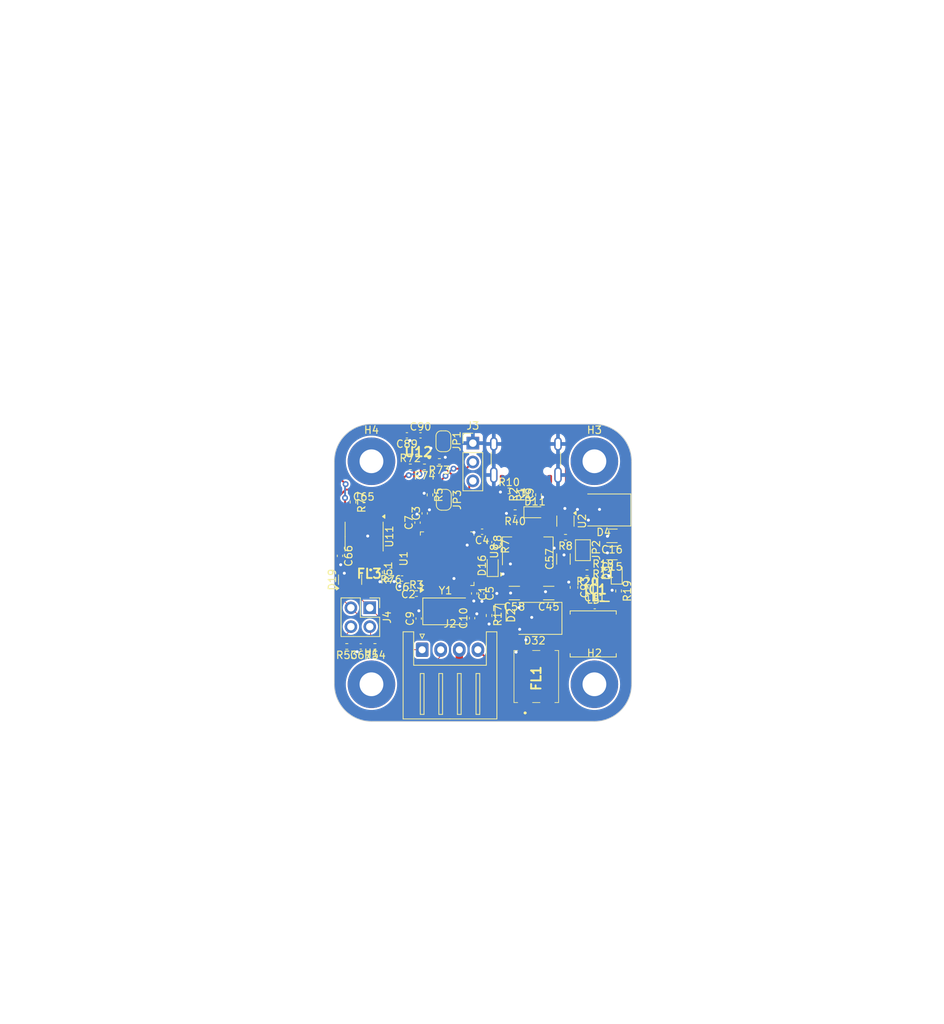
<source format=kicad_pcb>
(kicad_pcb (version 20240108) (generator "pcbnew") (generator_version "8.0")
  (title_block (title "EP5 rearbox ") (date "2024-08-07") (rev "1.0") (company "NTURacing") (comment 1 "郭哲明") (comment 2 "Electrical group") (comment 3 "1.6T/1oz/綠色防焊/白色文字/無鉛噴錫/各5pcs"))
  (layers (0 "F.Cu" signal) (31 "B.Cu" signal) (34 "B.Paste" user) (35 "F.Paste" user) (36 "B.SilkS" user "B.Silkscreen") (37 "F.SilkS" user "F.Silkscreen") (38 "B.Mask" user) (39 "F.Mask" user) (44 "Edge.Cuts" user))
  (net 0 "")
  (net 1 "GND")
  (net 2 "+3V3")
  (net 3 "/OSC_IN")
  (net 4 "/OSC_OUT")
  (net 5 "Net-(D3-K)")
  (net 6 "/5V_3V3/5V_buck_sw")
  (net 7 "+24V")
  (net 8 "Net-(D16-A)")
  (net 9 "+24V_preCMfilter")
  (net 10 "Net-(IC1-EN)")
  (net 11 "Net-(J1-CC1)")
  (net 12 "Net-(J1-CC2)")
  (net 14 "+5V")
  (net 16 "Net-(C67-Pad1)")
  (net 17 "CANH")
  (net 18 "CANL")
  (net 19 "/SWCLK")
  (net 20 "Net-(IC1-CB)")
  (net 21 "/USB_DN")
  (net 22 "Net-(U1-NRST)")
  (net 23 "/USB_DP")
  (net 25 "Net-(D2-K)")
  (net 28 "/CAN_TX")
  (net 29 "/CAN_RX")
  (net 32 "Net-(D11-K)")
  (net 44 "GNDPWR")
  (net 52 "/USB_D+")
  (net 54 "/USB_D-")
  (net 58 "/I2C1_SCL")
  (net 59 "/I2C1_SDA")
  (net 62 "/SWDIO")
  (net 64 "Net-(JP1-B)")
  (net 66 "/BOOT0")
  (net 67 "/5V_3V3/5V_buck_FB")
  (net 68 "Net-(U11-STB)")
  (net 73 "/IMU/LSM6D_INT2")
  (net 74 "/IMU/LSM6D_INT1")
  (net 75 "Net-(U11-TXD)")
  (net 76 "Net-(U11-RXD)")
  (net 77 "Net-(U11-CANH)")
  (net 78 "Net-(U11-CANL)")
  (net 80 "/VBUS")
  (net 85 "Net-(J4-Pin_2)")
  (net 86 "Net-(J4-Pin_4)")
  (net 87 "Net-(JP2-A)")
  (net 88 "Net-(U2-ST)")
  (net 90 "Net-(D16-K)")
  (footprint "Capacitor_SMD:C_1206_3216Metric" (layer "F.Cu") (at 138.5824 104.8004 180)
    (property "Reference" "C15")
    (property "Value" "22u 25V")
  )
  (footprint "Resistor_SMD:R_0402_1005Metric" (layer "F.Cu") (at 111.4482 93.214)
    (property "Reference" "R72")
    (property "Value" "3k3")
  )
  (footprint "Resistor_SMD:R_0402_1005Metric" (layer "F.Cu") (at 103.7336 97.9424 -90)
    (property "Reference" "R77")
    (property "Value" "100R")
  )
  (footprint "Capacitor_SMD:C_0402_1005Metric" (layer "F.Cu") (at 110.3402 108.2294 180)
    (property "Reference" "C6")
    (property "Value" "0u1")
  )
  (footprint "Capacitor_SMD:C_0402_1005Metric" (layer "F.Cu") (at 119.761 113.5634 90)
    (property "Reference" "C10")
    (property "Value" "30p")
  )
  (footprint "Capacitor_SMD:C_0402_1005Metric" (layer "F.Cu") (at 121.1098 101.9302 180)
    (property "Reference" "C4")
    (property "Value" "10u 6V")
  )
  (footprint "Resistor_SMD:R_0402_1005Metric" (layer "F.Cu") (at 137.3886 107.442)
    (property "Reference" "R18")
    (property "Value" "2k")
  )
  (footprint "Resistor_SMD:R_0402_1005Metric" (layer "F.Cu") (at 125.5522 99.3648 180)
    (property "Reference" "R40")
    (property "Value" "510R")
  )
  (footprint "Capacitor_SMD:C_0402_1005Metric" (layer "F.Cu") (at 110.991 88.9722 180)
    (property "Reference" "C89")
    (property "Value" "0u1")
  )
  (footprint "Resistor_SMD:R_0402_1005Metric" (layer "F.Cu") (at 107.315 107.3892 -90)
    (property "Reference" "R51")
    (property "Value" "10k")
  )
  (footprint "Connector_PinHeader_2.54mm:PinHeader_2x02_P2.54mm_Vertical" (layer "F.Cu") (at 105.9942 112.1664 -90)
    (property "Reference" "J4")
    (property "Value" "CAN1_termination")
  )
  (footprint "Connector_JST:JST_XH_S4B-XH-A_1x04_P2.50mm_Horizontal" (layer "F.Cu") (at 113.0392 117.8096)
    (property "Reference" "J2")
    (property "Value" "Conn_01x04")
  )
  (footprint "Resistor_SMD:R_0402_1005Metric" (layer "F.Cu") (at 124.73959 96.4434)
    (property "Reference" "R10")
    (property "Value" "5k1")
  )
  (footprint "LED_SMD:LED_0603_1608Metric" (layer "F.Cu") (at 139.2174 107.4928 90)
    (property "Reference" "D3")
    (property "Value" "RED 5V")
  )
  (footprint "Capacitor_SMD:C_0402_1005Metric" (layer "F.Cu") (at 101.981 105.1814 -90)
    (property "Reference" "C66")
    (property "Value" "0u1")
  )
  (footprint "Jumper:SolderJumper-2_P1.3mm_Open_RoundedPad1.0x1.5mm" (layer "F.Cu") (at 115.9002 89.7636 -90)
    (property "Reference" "JP1")
    (property "Value" "LSM6D_addr")
  )
  (footprint "Resistor_SMD:R_0402_1005Metric" (layer "F.Cu") (at 106.687 117.3684 180)
    (property "Reference" "R54")
    (property "Value" "60R")
  )
  (footprint "Jumper:SolderJumper-2_P1.3mm_Open_RoundedPad1.0x1.5mm" (layer "F.Cu") (at 115.951 97.6376 -90)
    (property "Reference" "JP3")
    (property "Value" "boot0")
  )
  (footprint "LED_SMD:LED_0603_1608Metric" (layer "F.Cu") (at 128.2192 99.314)
    (property "Reference" "D11")
    (property "Value" "RED 3V3")
  )
  (footprint "Capacitor_SMD:C_1206_3216Metric" (layer "F.Cu") (at 130.0734 110.1852 180)
    (property "Reference" "C45")
    (property "Value" "10u 35V")
  )
  (footprint "Capacitor_SMD:C_0402_1005Metric" (layer "F.Cu") (at 111.1758 109.1946 180)
    (property "Reference" "C2")
    (property "Value" "10u 6V")
  )
  (footprint "Capacitor_SMD:C_1206_3216Metric" (layer "F.Cu") (at 132.0546 105.6132 90)
    (property "Reference" "C57")
    (property "Value" "47u 10V")
  )
  (footprint "Connector_USB:USB_C_Receptacle_GCT_USB4105-xx-A_16P_TopMnt_Horizontal" (layer "F.Cu") (at 127.00019 91.2004 180)
    (property "Reference" "J1")
    (property "Value" "USB_C_stm32")
  )
  (footprint "MountingHole:MountingHole_3.2mm_M3_Pad_TopBottom" (layer "F.Cu") (at 106.2202 122.4572)
    (property "Reference" "H1")
    (property "Value" "MountingHole_Pad")
  )
  (footprint "Capacitor_SMD:C_0402_1005Metric" (layer "F.Cu") (at 136.2656 111.948)
    (property "Reference" "C11")
    (property "Value" "0u1")
  )
  (footprint "Inductor_SMD:L_Bourns_SRN6045TA" (layer "F.Cu") (at 136.0546 115.6818)
    (property "Reference" "L5")
    (property "Value" "47u 1.6A (SRN6045TA-470M)")
  )
  (footprint "Capacitor_SMD:C_1206_3216Metric" (layer "F.Cu") (at 125.4506 110.1852 180)
    (property "Reference" "C58")
    (property "Value" "47u 10V")
  )
  (footprint "SamacSys_Parts_EP6:ACM70V7012PLTL00" (layer "F.Cu") (at 128.397 121.412 90)
    (property "Reference" "FL1")
    (property "Value" "ACM70V-701-2PL-TL00" (hide yes))
  )
  (footprint "Diode_SMD:D_SMB" (layer "F.Cu") (at 137.4648 99.0092 180)
    (property "Reference" "D4")
    (property "Value" "5.6V")
  )
  (footprint "Capacitor_SMD:C_0402_1005Metric" (layer "F.Cu") (at 113.3856 99.4664 90)
    (property "Reference" "C3")
    (property "Value" "10u 6V")
  )
  (footprint "MountingHole:MountingHole_3.2mm_M3_Pad_TopBottom" (layer "F.Cu") (at 136.2202 122.4572)
    (property "Reference" "H2")
    (property "Value" "MountingHole_Pad")
  )
  (footprint "Package_QFP:LQFP-48_7x7mm_P0.5mm" (layer "F.Cu") (at 116.4082 105.5624 90)
    (property "Reference" "U1")
    (property "Value" "STM32F103C8Tx")
  )
  (footprint "Capacitor_SMD:C_0402_1005Metric" (layer "F.Cu") (at 120.9802 110.236 -90)
    (property "Reference" "C5")
    (property "Value" "0u1")
  )
  (footprint "Capacitor_SMD:C_0603_1608Metric" (layer "F.Cu") (at 133.477 109.4232 -90)
    (property "Reference" "C93")
    (property "Value" "0u1")
  )
  (footprint "Diode_SMD:D_SMB" (layer "F.Cu") (at 128.1938 113.5888 180)
    (property "Reference" "D32")
    (property "Value" "zener 27V")
  )
  (footprint "Resistor_SMD:R_0402_1005Metric" (layer "F.Cu") (at 115.3598 92.4774 180)
    (property "Reference" "R73")
    (property "Value" "10k")
  )
  (footprint "Resistor_SMD:R_0402_1005Metric" (layer "F.Cu") (at 135.2242 107.4522 180)
    (property "Reference" "R20")
    (property "Value" "10k")
  )
  (footprint "Resistor_SMD:R_0402_1005Metric" (layer "F.Cu") (at 108.839 107.2134 180)
    (property "Reference" "R76")
    (property "Value" "100R")
  )
  (footprint "Resistor_SMD:R_0402_1005Metric" (layer "F.Cu") (at 137.3886 106.4514 180)
    (property "Reference" "R11")
    (property "Value" "8k2")
  )
  (footprint "Resistor_SMD:R_0402_1005Metric" (layer "F.Cu") (at 113.3532 93.214 180)
    (property "Reference" "R74")
    (property "Value" "3k3")
  )
  (footprint "SamacSys_Parts:SOT95P280X145-6N" (layer "F.Cu") (at 136.3472 109.7026 180)
    (property "Reference" "IC1")
    (property "Value" "LMR50410Y3FQDBVRQ1" (hide yes))
  )
  (footprint "Capacitor_SMD:C_0402_1005Metric" (layer "F.Cu") (at 104.782 117.3684 180)
    (property "Reference" "C67")
    (property "Value" "47n")
  )
  (footprint "Capacitor_SMD:C_1206_3216Metric" (layer "F.Cu") (at 138.5824 102.489 180)
    (property "Reference" "C16")
    (property "Value" "22u 25V")
  )
  (footprint "Package_TO_SOT_SMD:SOT-223-3_TabPin2" (layer "F.Cu") (at 127.254 104.5464 90)
    (property "Reference" "U8")
    (property "Value" "AMS1117-3.3")
  )
  (footprint "MountingHole:MountingHole_3.2mm_M3_Pad_TopBottom" (layer "F.Cu") (at 106.2202 92.4572)
    (property "Reference" "H4")
    (property "Value" "MountingHole_Pad")
  )
  (footprint "Package_TO_SOT_SMD:SOT-363_SC-70-6" (layer "F.Cu") (at 132.3219 100.5078 -90)
    (property "Reference" "U2")
    (property "Value" "LM66100DCK")
  )
  (footprint "Package_SO:SOIC-8_3.9x4.9mm_P1.27mm" (layer "F.Cu") (at 105.2322 102.5906 -90)
    (property "Reference" "U11")
    (property "Value" "TCAN1042VDRQ1")
  )
  (footprint "Resistor_SMD:R_0402_1005Metric" (layer "F.Cu") (at 123.063 103.9114 -90)
    (property "Reference" "R7")
    (property "Value" "1k")
  )
  (footprint "Resistor_SMD:R_0402_1005Metric" (layer "F.Cu") (at 139.4714 109.9058 -90)
    (property "Reference" "R19")
    (property "Value" "10k")
  )
  (footprint "Capacitor_SMD:C_0402_1005Metric" (layer "F.Cu") (at 122.047 103.3272 -90)
    (property "Reference" "C8")
    (property "Value" "0u1")
  )
  (footprint "Resistor_SMD:R_0402_1005Metric" (layer "F.Cu") (at 102.9004 117.3684 180)
    (property "Reference" "R53")
    (property "Value" "60R")
  )
  (footprint "Capacitor_SMD:C_0402_1005Metric" (layer "F.Cu") (at 105.1814 98.3996)
    (property "Reference" "C65")
    (property "Value" "0u1")
  )
  (footprint "LED_SMD:LED_0603_1608Metric" (layer "F.Cu") (at 122.5296 106.4768 90)
    (property "Reference" "D16")
    (property "Value" "WHITE led")
  )
  (footprint "Capacitor_SMD:C_0402_1005Metric" (layer "F.Cu") (at 120.0404 110.2386 -90)
    (property "Reference" "C1")
    (property "Value" "10u 6V")
  )
  (footprint "SamacSys_Parts:LGA-14_1" (layer "F.Cu") (at 112.1848 91.1566 180)
    (property "Reference" "U12")
    (property "Value" "LSM6DSO32" (hide yes))
  )
  (footprint "Resistor_SMD:R_0402_1005Metric" (layer "F.Cu") (at 127.49619 96.9124 90)
    (property "Reference" "R1")
    (property "Value" "20R")
  )
  (footprint "Crystal:Crystal_SMD_5032-2Pin_5.0x3.2mm" (layer "F.Cu") (at 116.1796 112.649)
    (property "Reference" "Y1")
    (property "Value" "8MHz X49SM8MSD2SC")
  )
  (footprint "MountingHole:MountingHole_3.2mm_M3_Pad_TopBottom" (layer "F.Cu") (at 136.2202 92.4572)
    (property "Reference" "H3")
    (property "Value" "MountingHole_Pad")
  )
  (footprint "SamacSys_Parts_EP6:EXCX4CE900U" (layer "F.Cu") (at 105.9144 107.7678 180)
    (property "Reference" "FL3")
    (property "Value" "EXC-X4CE900U" (hide yes))
  )
  (footprint "Capacitor_SMD:C_0402_1005Metric" (layer "F.Cu") (at 112.5728 113.6142 90)
    (property "Reference" "C9")
    (property "Value" "30p")
  )
  (footprint "Resistor_SMD:R_0402_1005Metric" (layer "F.Cu") (at 122.047 113.2078 -90)
    (property "Reference" "R17")
    (property "Value" "10k")
  )
  (footprint "Connector_PinHeader_2.54mm:PinHeader_1x03_P2.54mm_Vertical" (layer "F.Cu") (at 119.8626 90.0176)
    (property "Reference" "J3")
    (property "Value" "Conn_01x03")
  )
  (footprint "Resistor_SMD:R_0402_1005Metric" (layer "F.Cu") (at 112.268 110.2614)
    (property "Reference" "R3")
    (property "Value" "10k")
  )
  (footprint "Jumper:SolderJumper-2_P1.3mm_Open_Pad1.0x1.5mm" (layer "F.Cu") (at 134.6708 104.4194 -90)
    (property "Reference" "JP2")
    (property "Value" "Vbus_5V")
  )
  (footprint "Resistor_SMD:R_0402_1005Metric" (layer "F.Cu") (at 126.50559 96.9124 90)
    (property "Reference" "R2")
    (property "Value" "20R")
  )
  (footprint "Resistor_SMD:R_0402_1005Metric" (layer "F.Cu") (at 132.3323 102.681412 180)
    (property "Reference" "R8")
    (property "Value" "10k")
  )
  (footprint "Resistor_SMD:R_0402_1005Metric" (layer "F.Cu") (at 128.70199 96.9768 90)
    (property "Reference" "R9")
    (property "Value" "5k1")
  )
  (footprint "Package_TO_SOT_SMD:SOT-23" (layer "F.Cu") (at 103.3424 108.3841 90)
    (property "Reference" "D19")
    (property "Value" "NUP2105L")
  )
  (footprint "Capacitor_SMD:C_0402_1005Metric" (layer "F.Cu") (at 112.4204 100.711 90)
    (property "Reference" "C7")
    (property "Value" "0u1")
  )
  (footprint "LED_SMD:LED_0603_1608Metric" (layer "F.Cu") (at 123.5964 113.1824 -90)
    (property "Reference" "D2")
    (property "Value" "RED 24V")
  )
  (footprint "Capacitor_SMD:C_0402_1005Metric" (layer "F.Cu") (at 112.8198 88.9722)
    (property "Reference" "C90")
    (property "Value" "0u1")
  )
  (footprint "Resistor_SMD:R_0402_1005Metric" (layer "F.Cu") (at 114.0968 96.9772 -90)
    (property "Reference" "R5")
    (property "Value" "10k")
  )
  (gr_line (start 106.2202 127.4572) (end 136.2202 127.4572) (stroke (width 0.1)) (layer "Edge.Cuts"))
  (gr_line (start 141.2202 122.4572) (end 141.2202 92.4572) (stroke (width 0.1)) (layer "Edge.Cuts"))
  (gr_arc (start 141.2202 122.4572) (mid 139.755734 125.992734) (end 136.2202 127.4572) (stroke (width 0.1)) (layer "Edge.Cuts"))
  (gr_line (start 101.2202 92.4572) (end 101.2202 122.4572) (stroke (width 0.1)) (layer "Edge.Cuts"))
  (gr_line (start 136.2202 87.4572) (end 106.2202 87.4572) (stroke (width 0.1)) (layer "Edge.Cuts"))
  (gr_arc (start 106.2202 127.4572) (mid 102.684666 125.992734) (end 101.2202 122.4572) (stroke (width 0.1)) (layer "Edge.Cuts"))
  (gr_arc (start 136.2202 87.4572) (mid 139.755734 88.921666) (end 141.2202 92.4572) (stroke (width 0.1)) (layer "Edge.Cuts"))
  (gr_arc (start 101.2202 92.4572) (mid 102.684666 88.921666) (end 106.2202 87.4572) (stroke (width 0.1)) (layer "Edge.Cuts"))
  (segment (start 105.7148 102.5144) (end 105.7148 100.268) (width 0.25) (layer "F.Cu") (net 1))
  (segment (start 110.109 109.1946) (end 110.0328 109.2708) (width 0.25) (layer "F.Cu") (net 1))
  (segment (start 114.1582 99.124) (end 114.1582 101.3999) (width 0.25) (layer "F.Cu") (net 1))
  (segment (start 137.1074 102.489) (end 137.922 102.489) (width 0.25) (layer "F.Cu") (net 1))
  (segment (start 114.142376 90.699024) (end 113.9348 90.9066) (width 0.25) (layer "F.Cu") (net 1))
  (segment (start 114.0206 98.9864) (end 113.3856 98.9864) (width 0.25) (layer "F.Cu") (net 1))
  (segment (start 128.70199 97.4868) (end 129.03019 97.4868) (width 0.25) (layer "F.Cu") (net 1))
  (segment (start 123.9756 110.1852) (end 123.1392 110.1852) (width 0.25) (layer "F.Cu") (net 1))
  (segment (start 110.6958 109.1946) (end 110.109 109.1946) (width 0.25) (layer "F.Cu") (net 1))
  (segment (start 139.211079 110.4158) (end 138.602521 109.807242) (width 0.25) (layer "F.Cu") (net 1))
  (segment (start 104.302 117.3684) (end 104.302 118.075) (width 0.25) (layer "F.Cu") (net 1))
  (segment (start 109.6772 108.2294) (end 109.2708 108.6358) (width 0.25) (layer "F.Cu") (net 1))
  (segment (start 112.5728 113.1342) (end 112.5728 112.5982) (width 0.25) (layer "F.Cu") (net 1))
  (segment (start 135.3148 99.0092) (end 136.8298 99.0092) (width 0.25) (layer "F.Cu") (net 1))
  (segment (start 139.4714 110.4158) (end 139.211079 110.4158) (width 0.25) (layer "F.Cu") (net 1))
  (segment (start 132.2469 98.806) (end 132.2469 99.157801) (width 0.25) (layer "F.Cu") (net 1))
  (segment (start 115.8698 92.4774) (end 115.8698 92.207) (width 0.25) (layer "F.Cu") (net 1))
  (segment (start 105.6614 98.3996) (end 105.6614 99.9098) (width 0.25) (layer "F.Cu") (net 1))
  (segment (start 135.3148 99.0092) (end 134.0104 99.0092) (width 0.25) (layer "F.Cu") (net 1))
  (segment (start 126.0438 113.5888) (end 127.6604 113.5888) (width 0.25) (layer "F.Cu") (net 1))
  (segment (start 138.497879 109.7026) (end 138.602521 109.807242) (width 0.25) (layer "F.Cu") (net 1))
  (segment (start 122.047 113.7178) (end 122.047 114.3508) (width 0.25) (layer "F.Cu") (net 1))
  (segment (start 132.0546 104.9782) (end 132.1308 105.0544) (width 0.25) (layer "F.Cu") (net 1))
  (segment (start 137.1074 104.8004) (end 137.9474 104.8004) (width 0.25) (layer "F.Cu") (net 1))
  (segment (start 113.9348 90.9066) (end 113.3348 90.9066) (width 0.25) (layer "F.Cu") (net 1))
  (segment (start 119.1006 103.7336) (end 119.5218 103.3124) (width 0.25) (layer "F.Cu") (net 1))
  (segment (start 115.8698 92.207) (end 116.1542 91.9226) (width 0.25) (layer "F.Cu") (net 1))
  (segment (start 124.22959 96.4434) (end 123.7238 96.4434) (width 0.25) (layer "F.Cu") (net 1))
  (segment (start 132.0546 104.1382) (end 130.8118 104.1382) (width 0.25) (layer "F.Cu") (net 1))
  (segment (start 119.5218 103.3124) (end 120.5707 103.3124) (width 0.25) (layer "F.Cu") (net 1))
  (segment (start 114.217652 90.699024) (end 114.142376 90.699024) (width 0.25) (layer "F.Cu") (net 1))
  (segment (start 120.1166 101.9302) (end 120.015 102.0318) (width 0.25) (layer "F.Cu") (net 1))
  (segment (start 132.3219 99.232801) (end 132.3219 99.5578) (width 0.25) (layer "F.Cu") (net 1))
  (segment (start 129.4638 110.1852) (end 129.6416 110.0074) (width 0.25) (layer "F.Cu") (net 1))
  (segment (start 112.3398 88.9722) (end 111.471 88.9722) (width 0.25) (layer "F.Cu") (net 1))
  (segment (start 135.3148 99.0092) (end 135.3148 100.2882) (width 0.25) (layer "F.Cu") (net 1))
  (segment (start 121.54071 103.3124) (end 122.03551 103.8072) (width 0.25) (layer "F.Cu") (net 1))
  (segment (start 133.477 108.6482) (end 132.8296 108.6482) (width 0.25) (layer "F.Cu") (net 1))
  (segment (start 111.39994 89.660145) (end 111.39994 89.04326) (width 0.25) (layer "F.Cu") (net 1))
  (segment (start 124.954 106.3104) (end 124.9172 106.2736) (width 0.25) (layer "F.Cu") (net 1))
  (segment (start 120.9802 111.2012) (end 120.9802 110.716) (width 0.25) (layer "F.Cu") (net 1))
  (segment (start 132.0546 104.1382) (end 132.0546 104.9782) (width 0.25) (layer "F.Cu") (net 1))
  (segment (start 125.0422 99.3648) (end 124.4854 99.3648) (width 0.25) (layer "F.Cu") (net 1))
  (segment (start 107.315 107.8992) (end 107.315 108.6104) (width 0.25) (layer "F.Cu") (net 1))
  (segment (start 105.6614 99.9098) (end 105.8672 100.1156) (width 0.25) (layer "F.Cu") (net 1))
  (segment (start 112.5728 112.5982) (end 112.5982 112.5728) (width 0.25) (layer "F.Cu") (net 1))
  (segment (start 132.2469 99.157801) (end 132.3219 99.232801) (width 0.25) (layer "F.Cu") (net 1))
  (segment (start 125.7058 118.162) (end 125.6792 118.1354) (width 0.25) (layer "F.Cu") (net 1))
  (segment (start 123.1392 110.1852) (end 123.0884 110.236) (width 0.25) (layer "F.Cu") (net 1))
  (segment (start 112.1848 89.1272) (end 112.3398 88.9722) (width 0.25) (layer "F.Cu") (net 1))
  (segment (start 122.03551 103.8072) (end 122.047 103.8072) (width 0.25) (layer "F.Cu") (net 1))
  (segment (start 121.0818 111.3028) (end 120.9802 111.2012) (width 0.25) (layer "F.Cu") (net 1))
  (segment (start 126.0438 114.944) (end 126.1618 115.062) (width 0.25) (layer "F.Cu") (net 1))
  (segment (start 113.6044 96.4672) (end 114.0968 96.4672) (width 0.25) (layer "F.Cu") (net 1))
  (segment (start 101.981 106.2736) (end 102.0826 106.3752) (width 0.25) (layer "F.Cu") (net 1))
  (segment (start 111.39994 89.04326) (end 111.471 88.9722) (width 0.25) (layer "F.Cu") (net 1))
  (segment (start 117.1582 108.394331) (end 117.1582 109.7249) (width 0.25) (layer "F.Cu") (net 1))
  (segment (start 102.6368 107.4466) (end 102.5652 107.5182) (width 0.25) (layer "F.Cu") (net 1))
  (segment (start 126.0438 113.5888) (end 126.0438 112.1574) (width 0.25) (layer "F.Cu") (net 1))
  (segment (start 104.302 118.075) (end 104.2974 118.0796) (width 0.25) (layer "F.Cu") (net 1))
  (segment (start 137.9474 104.8004) (end 137.9728 104.775) (width 0.25) (layer "F.Cu") (net 1))
  (segment (start 130.8118 104.1382) (end 130.81 104.14) (width 0.25) (layer "F.Cu") (net 1))
  (segment (start 120.0404 111.2012) (end 120.0404 110.7186) (width 0.25) (layer "F.Cu") (net 1))
  (segment (start 107.315 108.6104) (end 107.3658 108.6612) (width 0.25) (layer "F.Cu") (net 1))
  (segment (start 135.3148 100.2882) (end 135.4074 100.3808) (width 0.25) (layer "F.Cu") (net 1))
  (segment (start 126.0438 112.1574) (end 126.0602 112.141) (width 0.25) (layer "F.Cu") (net 1))
  (segment (start 123.80019 96.014) (end 123.80019 94.8804) (width 0.25) (layer "F.Cu") (net 1))
  (segment (start 128.5984 110.1852) (end 129.4638 110.1852) (width 0.25) (layer "F.Cu") (net 1))
  (segment (start 137.8986 107.603655) (end 138.147543 107.852598) (width 0.25) (layer "F.Cu") (net 1))
  (segment (start 119.9896 111.252) (end 120.0404 111.2012) (width 0.25) (layer "F.Cu") (net 1))
  (segment (start 129.03019 97.4868) (end 129.23539 97.2816) (width 0.25) (layer "F.Cu") (net 1))
  (segment (start 113.3348 90.9066) (end 113.3348 91.4066) (width 0.25) (layer "F.Cu") (net 1))
  (segment (start 105.7148 100.268) (end 105.8672 100.1156) (width 0.25) (layer "F.Cu") (net 1))
  (segment (start 101.981 105.6614) (end 101.981 106.2736) (width 0.25) (layer "F.Cu") (net 1))
  (segment (start 126.897 116.5874) (end 127 116.4844) (width 0.25) (layer "F.Cu") (net 1))
  (segment (start 124.0032 107.6964) (end 123.9266 107.6198) (width 0.25) (layer "F.Cu") (net 1))
  (segment (start 123.9756 110.1852) (end 124.9426 110.1852) (width 0.25) (layer "F.Cu") (net 1))
  (segment (start 120.6298 101.9302) (end 120.1166 101.9302) (width 0.25) (layer "F.Cu") (net 1))
  (segment (start 119.761 113.0834) (end 120.2918 113.0834) (width 0.25) (layer "F.Cu") (net 1))
  (segment (start 136.8298 99.0092) (end 136.906 98.933) (width 0.25) (layer "F.Cu") (net 1))
  (segment (start 124.4854 99.3648) (end 124.3838 99.4664) (width 0.25) (layer "F.Cu") (net 1))
  (segment (start 120.5707 103.3124) (end 121.54071 103.3124) (width 0.25) (layer "F.Cu") (net 1))
  (segment (start 112.3442 99.568) (end 112.4204 99.6442) (width 0.25) (layer "F.Cu") (net 1))
  (segment (start 112.4204 99.6442) (end 112.4204 100.231) (width 0.25) (layer "F.Cu") (net 1))
  (segment (start 126.897 118.162) (end 125.7058 118.162) (width 0.25) (layer "F.Cu") (net 1))
  (segment (start 126.0438 113.5888) (end 126.0438 114.944) (width 0.25) (layer "F.Cu") (net 1))
  (segment (start 103.3424 107.4466) (end 102.6368 107.4466) (width 0.25) (layer "F.Cu") (net 1))
  (segment (start 137.922 102.489) (end 137.9728 102.5398) (width 0.25) (layer "F.Cu") (net 1))
  (segment (start 126.897 118.162) (end 126.897 116.5874) (width 0.25) (layer "F.Cu") (net 1))
  (segment (start 111.6848 89.945005) (end 111.39994 89.660145) (width 0.25) (layer "F.Cu") (net 1))
  (segment (start 111.6848 90.2566) (end 111.6848 89.945005) (width 0.25) (layer "F.Cu") (net 1))
  (segment (start 120.2918 113.0834) (end 120.396 112.9792) (width 0.25) (layer "F.Cu") (net 1))
  (segment (start 112.1848 90.2566) (end 112.1848 89.1272) (width 0.25) (layer "F.Cu") (net 1))
  (segment (start 109.8602 108.2294) (end 109.6772 108.2294) (width 0.25) (layer "F.Cu") (net 1))
  (segment (start 114.0206 98.9864) (end 114.1582 99.124) (width 0.25) (layer "F.Cu") (net 1))
  (segment (start 123.7238 96.4434) (end 123.571 96.5962) (width 0.25) (layer "F.Cu") (net 1))
  (segment (start 137.5972 109.7026) (end 138.497879 109.7026) (width 0.25) (layer "F.Cu") (net 1))
  (segment (start 137.8986 107.442) (end 137.8986 107.603655) (width 0.25) (layer "F.Cu") (net 1))
  (segment (start 132.8296 108.6482) (end 132.7658 108.712) (width 0.25) (layer "F.Cu") (net 1))
  (segment (start 124.22959 96.4434) (end 123.80019 96.014) (width 0.25) (layer "F.Cu") (net 1))
  (segment (start 117.322517 108.230014) (end 117.1582 108.394331) (width 0.25) (layer "F.Cu") (net 1))
  (segment (start 124.954 107.6964) (end 124.0032 107.6964) (width 0.25) (layer "F.Cu") (net 1))
  (segment (start 134.0104 99.0092) (end 133.9342 98.933) (width 0.25) (layer "F.Cu") (net 1))
  (segment (start 124.954 107.6964) (end 124.954 106.3104) (width 0.25) (layer "F.Cu") (net 1))
  (segment (start 127.6604 113.5888) (end 127.7874 113.4618) (width 0.25) (layer "F.Cu") (net 1))
  (segment (start 113.3094 96.7622) (end 113.6044 96.4672) (width 0.25) (layer "F.Cu") (net 1))
  (via (at 127 116.4844) (size 0.8) (drill 0.4) (layers "F.Cu" "B.Cu") (net 1))
  (via (at 116.1542 91.9226) (size 0.8) (drill 0.4) (layers "F.Cu" "B.Cu") (net 1))
  (via (at 119.1006 103.7336) (size 0.8) (drill 0.4) (layers "F.Cu" "B.Cu") (net 1))
  (via (at 112.5982 112.5728) (size 0.8) (drill 0.4) (layers "F.Cu" "B.Cu") (net 1))
  (via (at 123.9266 107.6198) (size 0.8) (drill 0.4) (layers "F.Cu" "B.Cu") (net 1))
  (via (at 137.9728 102.5398) (size 0.8) (drill 0.4) (layers "F.Cu" "B.Cu") (net 1))
  (via (at 124.3838 99.4664) (size 0.8) (drill 0.4) (layers "F.Cu" "B.Cu") (net 1))
  (via (at 138.147543 107.852598) (size 0.8) (drill 0.4) (layers "F.Cu" "B.Cu") (net 1))
  (via (at 127.7874 113.4618) (size 0.8) (drill 0.4) (layers "F.Cu" "B.Cu") (net 1))
  (via (at 124.9426 110.1852) (size 0.8) (drill 0.4) (layers "F.Cu" "B.Cu") (net 1))
  (via (at 132.1308 105.0544) (size 0.8) (drill 0.4) (layers "F.Cu" "B.Cu") (net 1))
  (via (at 135.4074 100.3808) (size 0.8) (drill 0.4) (layers "F.Cu" "B.Cu") (net 1))
  (via (at 132.2469 98.806) (size 0.8) (drill 0.4) (layers "F.Cu" "B.Cu") (net 1))
  (via (at 109.2708 108.6358) (size 0.8) (drill 0.4) (layers "F.Cu" "B.Cu") (net 1))
  (via (at 130.81 104.14) (size 0.8) (drill 0.4) (layers "F.Cu" "B.Cu") (net 1))
  (via (at 117.322517 108.230014) (size 0.8) (drill 0.4) (layers "F.Cu" "B.Cu") (net 1))
  (via (at 121.0818 111.3028) (size 0.8) (drill 0.4) (layers "F.Cu" "B.Cu") (net 1))
  (via (at 136.906 98.933) (size 0.8) (drill 0.4) (layers "F.Cu" "B.Cu") (net 1))
  (via (at 122.047 114.3508) (size 0.8) (drill 0.4) (layers "F.Cu" "B.Cu") (net 1))
  (via (at 114.0206 98.9864) (size 0.8) (drill 0.4) (layers "F.Cu" "B.Cu") (net 1))
  (via (at 133.9342 98.933) (size 0.8) (drill 0.4) (layers "F.Cu" "B.Cu") (net 1))
  (via (at 126.1618 115.062) (size 0.8) (drill 0.4) (layers "F.Cu" "B.Cu") (net 1))
  (via (at 126.0602 112.141) (size 0.8) (drill 0.4) (layers "F.Cu" "B.Cu") (net 1))
  (via (at 123.571 96.5962) (size 0.8) (drill 0.4) (layers "F.Cu" "B.Cu") (net 1))
  (via (at 137.9728 104.775) (size 0.8) (drill 0.4) (layers "F.Cu" "B.Cu") (net 1))
  (via (at 125.6792 118.1354) (size 0.8) (drill 0.4) (layers "F.Cu" "B.Cu") (net 1))
  (via (at 138.602521 109.807242) (size 0.8) (drill 0.4) (layers "F.Cu" "B.Cu") (net 1))
  (via (at 110.0328 109.2708) (size 0.8) (drill 0.4) (layers "F.Cu" "B.Cu") (net 1))
  (via (at 105.7148 102.5144) (size 0.8) (drill 0.4) (layers "F.Cu" "B.Cu") (net 1))
  (via (at 119.9896 111.252) (size 0.8) (drill 0.4) (layers "F.Cu" "B.Cu") (net 1))
  (via (at 111.39994 89.660145) (size 0.8) (drill 0.4) (layers "F.Cu" "B.Cu") (net 1))
  (via (at 123.0884 110.236) (size 0.8) (drill 0.4) (layers "F.Cu" "B.Cu") (net 1))
  (via (at 102.5652 107.5182) (size 0.8) (drill 0.4) (layers "F.Cu" "B.Cu") (net 1))
  (via (at 120.015 102.0318) (size 0.8) (drill 0.4) (layers "F.Cu" "B.Cu") (net 1))
  (via (at 102.0826 106.3752) (size 0.8) (drill 0.4) (layers "F.Cu" "B.Cu") (net 1))
  (via (at 129.23539 97.2816) (size 0.8) (drill 0.4) (layers "F.Cu" "B.Cu") (net 1))
  (via (at 114.217652 90.699024) (size 0.8) (drill 0.4) (layers "F.Cu" "B.Cu") (net 1))
  (via (at 124.9172 106.2736) (size 0.8) (drill 0.4) (layers "F.Cu" "B.Cu") (net 1))
  (via (at 132.7658 108.712) (size 0.8) (drill 0.4) (layers "F.Cu" "B.Cu") (net 1))
  (via (at 129.6416 110.0074) (size 0.8) (drill 0.4) (layers "F.Cu" "B.Cu") (net 1))
  (via (at 113.3094 96.7622) (size 0.8) (drill 0.4) (layers "F.Cu" "B.Cu") (net 1))
  (via (at 104.2974 118.0796) (size 0.8) (drill 0.4) (layers "F.Cu" "B.Cu") (net 1))
  (via (at 112.3442 99.568) (size 0.8) (drill 0.4) (layers "F.Cu" "B.Cu") (net 1))
  (via (at 107.3658 108.6612) (size 0.8) (drill 0.4) (layers "F.Cu" "B.Cu") (net 1))
  (via (at 120.396 112.9792) (size 0.8) (drill 0.4) (layers "F.Cu" "B.Cu") (net 1))
  (segment (start 113.6582 101.3999) (end 112.6293 101.3999) (width 0.25) (layer "F.Cu") (net 2))
  (segment (start 110.1852 90.6562) (end 110.4348 90.4066) (width 0.25) (layer "F.Cu") (net 2))
  (segment (start 119.400964 108.6624) (end 120.0404 109.301836) (width 0.25) (layer "F.Cu") (net 2))
  (segment (start 121.5898 101.9302) (end 121.5898 102.240199) (width 0.25) (layer "F.Cu") (net 2))
  (segment (start 112.6848 89.59869) (end 113.2998 88.98369) (width 0.25) (layer "F.Cu") (net 2))
  (segment (start 117.3988 94.615) (end 115.9978 93.214) (width 0.25) (layer "F.Cu") (net 2))
  (segment (start 117.5766 90.2462) (end 116.444 89.1136) (width 0.25) (layer "F.Cu") (net 2))
  (segment (start 112.778 110.2614) (end 113.1217 110.2614) (width 0.25) (layer "F.Cu") (net 2))
  (segment (start 120.9802 109.756) (end 121.290199 109.756) (width 0.25) (layer "F.Cu") (net 2))
  (segment (start 116.706 98.2876) (end 117.3988 97.5948) (width 0.25) (layer "F.Cu") (net 2))
  (segment (start 110.511 89.8828) (end 111.0348 90.4066) (width 0.25) (layer "F.Cu") (net 2))
  (segment (start 101.8032 104.5236) (end 101.8032 97.22012) (width 0.25) (layer "F.Cu") (net 2))
  (segment (start 108.1786 96.266) (end 110.9382 93.5064) (width 0.25) (layer "F.Cu") (net 2))
  (segment (start 117.5766 91.74488) (end 117.5766 90.2462) (width 0.25) (layer "F.Cu") (net 2))
  (segment (start 117.915436 108.6624) (end 119.400964 108.6624) (width 0.25) (layer "F.Cu") (net 2))
  (segment (start 111.154845 110.632525) (end 111.154845 109.707045) (width 0.25) (layer "F.Cu") (net 2))
  (segment (start 117.6582 109.7249) (end 117.6582 108.919636) (width 0.25) (layer "F.Cu") (net 2))
  (segment (start 115.9248 98.2614) (end 115.951 98.2876) (width 0.25) (layer "F.Cu") (net 2))
  (segment (start 112.4204 101.191) (end 112.110401 101.191) (width 0.25) (layer "F.Cu") (net 2))
  (segment (start 113.6582 101.3999) (end 113.6582 102.205164) (width 0.25) (layer "F.Cu") (net 2))
  (segment (start 101.8032 97.22012) (end 102.75732 96.266) (width 0.25) (layer "F.Cu") (net 2))
  (segment (start 125.6556 111.4552) (end 126.9256 110.1852) (width 0.25) (layer "F.Cu") (net 2))
  (segment (start 122.989399 111.4552) (end 125.6556 111.4552) (width 0.25) (layer "F.Cu") (net 2))
  (segment (start 117.3988 97.5948) (end 117.3988 94.615) (width 0.25) (layer "F.Cu") (net 2))
  (segment (start 127.254 107.6964) (end 126.9256 108.0248) (width 0.25) (layer "F.Cu") (net 2))
  (segment (start 111.6848 92.4674) (end 111.6848 92.0566) (width 0.25) (layer "F.Cu") (net 2))
  (segment (start 110.9382 93.5064) (end 110.9382 93.214) (width 0.25) (layer "F.Cu") (net 2))
  (segment (start 110.9382 93.214) (end 111.6848 92.4674) (width 0.25) (layer "F.Cu") (net 2))
  (segment (start 112.133 110.9064) (end 111.42872 110.9064) (width 0.25) (layer "F.Cu") (net 2))
  (segment (start 113.8632 93.214) (end 116.10748 93.214) (width 0.25) (layer "F.Cu") (net 2))
  (segment (start 115.951 98.2876) (end 116.706 98.2876) (width 0.25) (layer "F.Cu") (net 2))
  (segment (start 112.6848 90.2566) (end 112.6848 90.8566) (width 0.25) (layer "F.Cu") (net 2))
  (segment (start 116.10748 93.214) (end 117.5766 91.74488) (width 0.25) (layer "F.Cu") (net 2))
  (segment (start 102.963 104.7014) (end 103.3272 105.0656) (width 0.25) (layer "F.Cu") (net 2))
  (segment (start 101.981 104.7014) (end 102.963 104.7014) (width 0.25) (layer "F.Cu") (net 2))
  (segment (start 112.4704 90.8566) (end 111.6848 91.6422) (width 0.25) (layer "F.Cu") (net 2))
  (segment (start 116.444 89.1136) (end 115.9002 89.1136) (width 0.25) (layer "F.Cu") (net 2))
  (segment (start 117.6582 108.919636) (end 117.915436 108.6624) (width 0.25) (layer "F.Cu") (net 2))
  (segment (start 125.068 101.3964) (end 123.063 103.4014) (width 0.25) (layer "F.Cu") (net 2))
  (segment (start 122.047 102.8472) (end 122.0122 102.8124) (width 0.25) (layer "F.Cu") (net 2))
  (segment (start 110.511 88.9722) (end 110.511 89.8828) (width 0.25) (layer "F.Cu") (net 2))
  (segment (start 110.4348 90.4066) (end 111.0348 90.4066) (width 0.25) (layer "F.Cu") (net 2))
  (segment (start 120.9802 109.756) (end 120.043 109.756) (width 0.25) (layer "F.Cu") (net 2))
  (segment (start 112.778 110.2614) (end 112.133 110.9064) (width 0.25) (layer "F.Cu") (net 2))
  (segment (start 112.584 98.2614) (end 115.9248 98.2614) (width 0.25) (layer "F.Cu") (net 2))
  (segment (start 110.8202 108.2294) (end 110.9032 108.3124) (width 0.25) (layer "F.Cu") (net 2))
  (segment (start 121.017599 102.8124) (end 120.5707 102.8124) (width 0.25) (layer "F.Cu") (net 2))
  (segment (start 113.1217 110.2614) (end 113.6582 109.7249) (width 0.25) (layer "F.Cu") (net 2))
  (segment (start 113.2998 88.98369) (end 113.2998 88.9722) (width 0.25) (layer "F.Cu") (net 2))
  (segment (start 111.6558 109.20609) (end 111.6558 109.1946) (width 0.25) (layer "F.Cu") (net 2))
  (segment (start 112.6848 90.2566) (end 112.6848 89.59869) (width 0.25) (layer "F.Cu") (net 2))
  (segment (start 114.265436 102.8124) (end 120.5707 102.8124) (width 0.25) (layer "F.Cu") (net 2))
  (segment (start 111.6076 100.688199) (end 111.6076 99.2378) (width 0.25) (layer "F.Cu") (net 2))
  (segment (start 129.0067 99.6437) (end 127.254 101.3964) (width 0.25) (layer "F.Cu") (net 2))
  (segment (start 112.2457 108.3124) (end 112.2457 108.6047) (width 0.25) (layer "F.Cu") (net 2))
  (segment (start 115.9978 93.214) (end 113.8632 93.214) (width 0.25) (layer "F.Cu") (net 2))
  (segment (start 113.6582 100.219) (end 113.3856 99.9464) (width 0.25) (layer "F.Cu") (net 2))
  (segment (start 112.6293 101.3999) (end 112.4204 101.191) (width 0.25) (layer "F.Cu") (net 2))
  (segment (start 120.043 109.756) (end 120.0404 109.7586) (width 0.25) (layer "F.Cu") (net 2))
  (segment (start 110.9032 108.3124) (end 112.2457 108.3124) (width 0.25) (layer "F.Cu") (net 2))
  (segment (start 110.1852 92.461) (end 110.1852 90.6562) (width 0.25) (layer "F.Cu") (net 2))
  (segment (start 121.5898 102.240199) (end 121.017599 102.8124) (width 0.25) (layer "F.Cu") (net 2))
  (segment (start 112.110401 101.191) (end 111.6076 100.688199) (width 0.25) (layer "F.Cu") (net 2))
  (segment (start 120.0404 109.301836) (end 120.0404 109.7586) (width 0.25) (layer "F.Cu") (net 2))
  (segment (start 115.9002 89.1136) (end 113.4412 89.1136) (width 0.25) (layer "F.Cu") (net 2))
  (segment (start 127.254 101.3964) (end 125.068 101.3964) (width 0.25) (layer "F.Cu") (net 2))
  (segment (start 112.2457 108.6047) (end 111.6558 109.1946) (width 0.25) (layer "F.Cu") (net 2))
  (segment (start 113.6582 101.3999) (end 113.6582 100.219) (width 0.25) (layer "F.Cu") (net 2))
  (segment (start 101.981 104.7014) (end 101.8032 104.5236) (width 0.25) (layer "F.Cu") (net 2))
  (segment (start 121.290199 109.756) (end 122.989399 111.4552) (width 0.25) (layer "F.Cu") (net 2))
  (segment (start 113.4412 89.1136) (end 113.2998 88.9722) (width 0.25) (layer "F.Cu") (net 2))
  (segment (start 113.6582 102.205164) (end 114.265436 102.8124) (width 0.25) (layer "F.Cu") (net 2))
  (segment (start 112.6848 90.8566) (end 112.4704 90.8566) (width 0.25) (layer "F.Cu") (net 2))
  (segment (start 110.9382 93.214) (end 110.1852 92.461) (width 0.25) (layer "F.Cu") (net 2))
  (segment (start 129.0067 99.314) (end 129.0067 99.6437) (width 0.25) (layer "F.Cu") (net 2))
  (segment (start 102.75732 96.266) (end 108.1786 96.266) (width 0.25) (layer "F.Cu") (net 2))
  (segment (start 111.42872 110.9064) (end 111.154845 110.632525) (width 0.25) (layer "F.Cu") (net 2))
  (segment (start 127.254 101.3964) (end 127.254 107.6964) (width 0.25) (layer "F.Cu") (net 2))
  (segment (start 111.6076 99.2378) (end 112.584 98.2614) (width 0.25) (layer "F.Cu") (net 2))
  (segment (start 111.154845 109.707045) (end 111.6558 109.20609) (width 0.25) (layer "F.Cu") (net 2))
  (segment (start 111.6848 91.6422) (end 111.6848 92.0566) (width 0.25) (layer "F.Cu") (net 2))
  (segment (start 122.0122 102.8124) (end 120.5707 102.8124) (width 0.25) (layer "F.Cu") (net 2))
  (segment (start 126.9256 108.0248) (end 126.9256 110.1852) (width 0.25) (layer "F.Cu") (net 2))
  (segment (start 112.5728 114.0942) (end 112.8844 114.0942) (width 0.25) (layer "F.Cu") (net 3))
  (segment (start 112.8844 114.0942) (end 114.3296 112.649) (width 0.25) (layer "F.Cu") (net 3))
  (segment (start 115.6582 109.7249) (end 115.6582 111.3204) (width 0.25) (layer "F.Cu") (net 3))
  (segment (start 115.6582 111.3204) (end 114.3296 112.649) (width 0.25) (layer "F.Cu") (net 3))
  (segment (start 118.0296 112.649) (end 117.7036 112.649) (width 0.25) (layer "F.Cu") (net 4))
  (segment (start 116.1582 111.1036) (end 116.1582 109.7249) (width 0.25) (layer "F.Cu") (net 4))
  (segment (start 119.424 114.0434) (end 118.0296 112.649) (width 0.25) (layer "F.Cu") (net 4))
  (segment (start 117.7036 112.649) (end 116.1582 111.1036) (width 0.25) (layer "F.Cu") (net 4))
  (segment (start 119.761 114.0434) (end 119.424 114.0434) (width 0.25) (layer "F.Cu") (net 4))
  (segment (start 139.4714 108.5343) (end 139.2174 108.2803) (width 0.25) (layer "F.Cu") (net 5))
  (segment (start 139.4714 109.3958) (end 139.4714 108.5343) (width 0.25) (layer "F.Cu") (net 5))
  (segment (start 135.0972 110.6526) (end 135.0972 114.5642) (width 0.25) (layer "F.Cu") (net 6))
  (segment (start 135.0972 114.5642) (end 133.9796 115.6818) (width 0.25) (layer "F.Cu") (net 6))
  (segment (start 135.7856 111.948) (end 135.7856 111.341) (width 0.25) (layer "F.Cu") (net 6))
  (segment (start 135.7856 111.341) (end 135.0972 110.6526) (width 0.25) (layer "F.Cu") (net 6))
  (segment (start 136.1472 109.5026) (end 135.9472 109.7026) (width 0.5) (layer "F.Cu") (net 7))
  (segment (start 136.1472 107.8652) (end 136.1472 109.5026) (width 0.5) (layer "F.Cu") (net 7))
  (segment (start 130.3438 117.7152) (end 129.897 118.162) (width 0.5) (layer "F.Cu") (net 7))
  (segment (start 135.9472 109.7026) (end 135.0972 109.7026) (width 0.5) (layer "F.Cu") (net 7))
  (segment (start 125.984 120.777) (end 128.3462 120.777) (width 0.5) (layer "F.Cu") (net 7))
  (segment (start 135.0972 109.7026) (end 133.9726 109.7026) (width 0.5) (layer "F.Cu") (net 7))
  (segment (start 131.5484 110.1852) (end 131.5484 112.3842) (width 0.5) (layer "F.Cu") (net 7))
  (segment (start 129.897 119.2262) (end 129.897 118.162) (width 0.5) (layer "F.Cu") (net 7))
  (segment (start 135.7342 107.4522) (end 136.1472 107.8652) (width 0.5) (layer "F.Cu") (net 7))
  (segment (start 133.464 110.1852) (end 133.477 110.1982) (width 0.5) (layer "F.Cu") (net 7))
  (segment (start 128.3462 120.777) (end 129.897 119.2262) (width 0.5) (layer "F.Cu") (net 7))
  (segment (start 131.5484 112.3842) (end 130.3438 113.5888) (width 0.5) (layer "F.Cu") (net 7))
  (segment (start 123.5964 113.9699) (end 123.5964 118.3894) (width 0.5) (layer "F.Cu") (net 7))
  (segment (start 123.5964 118.3894) (end 125.984 120.777) (width 0.5) (layer "F.Cu") (net 7))
  (segment (start 130.3438 113.5888) (end 130.3438 117.7152) (width 0.5) (layer "F.Cu") (net 7))
  (segment (start 133.9726 109.7026) (end 133.477 110.1982) (width 0.5) (layer "F.Cu") (net 7))
  (segment (start 131.5484 110.1852) (end 133.464 110.1852) (width 0.5) (layer "F.Cu") (net 7))
  (segment (start 123.063 104.4214) (end 123.063 105.1559) (width 0.25) (layer "F.Cu") (net 8))
  (segment (start 123.063 105.1559) (end 122.5296 105.6893) (width 0.25) (layer "F.Cu") (net 8))
  (segment (start 120.5392 117.8096) (end 125.0052 122.2756) (width 0.25) (layer "F.Cu") (net 9))
  (segment (start 125.0052 122.2756) (end 127.5106 122.2756) (width 0.25) (layer "F.Cu") (net 9))
  (segment (start 127.5106 122.2756) (end 129.897 124.662) (width 0.25) (layer "F.Cu") (net 9))
  (segment (start 134.7142 107.4522) (end 134.7142 108.3696) (width 0.25) (layer "F.Cu") (net 10))
  (segment (start 134.7142 108.3696) (end 135.0972 108.7526) (width 0.25) (layer "F.Cu") (net 10))
  (segment (start 128.25019 94.8804) (end 128.25019 96.015) (width 0.25) (layer "F.Cu") (net 11))
  (segment (start 128.25019 96.015) (end 128.70199 96.4668) (width 0.25) (layer "F.Cu") (net 11))
  (segment (start 125.25019 94.8804) (end 125.25019 96.4428) (width 0.25) (layer "F.Cu") (net 12))
  (segment (start 125.25019 96.4428) (end 125.24959 96.4434) (width 0.25) (layer "F.Cu") (net 12))
  (segment (start 133.2212 107.0882) (end 132.0546 107.0882) (width 0.25) (layer "F.Cu") (net 14))
  (segment (start 104.5972 100.1156) (end 104.5972 101.090599) (width 0.25) (layer "F.Cu") (net 14))
  (segment (start 132.3848 93.218) (end 132.3848 95.377) (width 0.25) (layer "F.Cu") (net 14))
  (segment (start 134.239 97.2312) (end 137.8368 97.2312) (width 0.25) (layer "F.Cu") (net 14))
  (segment (start 139.2174 106.7053) (end 138.1525 106.7053) (width 0.25) (layer "F.Cu") (net 14))
  (segment (start 102.053022 91.215578) (end 102.616 90.6526) (width 0.25) (layer "F.Cu") (net 14))
  (segment (start 138.1525 106.7053) (end 137.8986 106.4514) (width 0.25) (layer "F.Cu") (net 14))
  (segment (start 127.254 88.0872) (end 132.3848 93.218) (width 0.25) (layer "F.Cu") (net 14))
  (segment (start 132.0546 107.0882) (end 131.4464 107.6964) (width 0.25) (layer "F.Cu") (net 14))
  (segment (start 137.8986 106.4514) (end 139.5496 104.8004) (width 0.25) (layer "F.Cu") (net 14))
  (segment (start 135.9662 104.3432) (end 133.2212 107.0882) (width 0.25) (layer "F.Cu") (net 14))
  (segment (start 140.0574 104.8004) (end 140.0574 102.489) (width 0.25) (layer "F.Cu") (net 14))
  (segment (start 105.3846 88.0872) (end 127.254 88.0872) (width 0.25) (layer "F.Cu") (net 14))
  (segment (start 131.4464 107.6964) (end 129.554 107.6964) (width 0.25) (layer "F.Cu") (net 14))
  (segment (start 102.743 95.5294) (end 102.053022 94.839422) (width 0.25) (layer "F.Cu") (net 14))
  (segment (start 103.8733 88.7603) (end 104.7115 88.7603) (width 0.25) (layer "F.Cu") (net 14))
  (segment (start 103.0478 101.6254) (end 102.665913 101.243513) (width 0.25) (layer "F.Cu") (net 14))
  (segment (start 138.548 100.076) (end 138.548 100.9796) (width 0.25) (layer "F.Cu") (net 14))
  (segment (start 104.062399 101.6254) (end 103.0478 101.6254) (width 0.25) (layer "F.Cu") (net 14))
  (segment (start 139.6148 99.0092) (end 138.3648 99.0092) (width 0.25) (layer "F.Cu") (net 14))
  (segment (start 104.5972 101.090599) (end 104.062399 101.6254) (width 0.25) (layer "F.Cu") (net 14))
  (segment (start 135.9662 101.4078) (end 135.9662 104.3432) (width 0.25) (layer "F.Cu") (net 14))
  (segment (start 102.616 90.6526) (end 102.616 90.0176) (width 0.25) (layer "F.Cu") (net 14))
  (segment (start 102.616 90.0176) (end 103.8733 88.7603) (width 0.25) (layer "F.Cu") (net 14))
  (segment (start 132.3848 95.377) (end 134.239 97.2312) (width 0.25) (layer "F.Cu") (net 14))
  (segment (start 138.3648 99.0092) (end 135.9662 101.4078) (width 0.25) (layer "F.Cu") (net 14))
  (segment (start 138.548 100.9796) (end 140.0574 102.489) (width 0.25) (layer "F.Cu") (net 14))
  (segment (start 104.5972 98.5038) (end 104.5972 100.1156) (width 0.25) (layer "F.Cu") (net 14))
  (segment (start 137.8368 97.2312) (end 139.6148 99.0092) (width 0.25) (layer "F.Cu") (net 14))
  (segment (start 139.6148 99.0092) (end 138.548 100.076) (width 0.25) (layer "F.Cu") (net 14))
  (segment (start 102.053022 94.839422) (end 102.053022 91.215578) (width 0.25) (layer "F.Cu") (net 14))
  (segment (start 104.7115 88.7603) (end 105.3846 88.0872) (width 0.25) (layer "F.Cu") (net 14))
  (segment (start 102.665913 101.243513) (end 102.665913 97.382713) (width 0.25) (layer "F.Cu") (net 14))
  (segment (start 139.5496 104.8004) (end 140.0574 104.8004) (width 0.25) (layer "F.Cu") (net 14))
  (via (at 102.743 95.5294) (size 0.8) (drill 0.4) (layers "F.Cu" "B.Cu") (net 14))
  (via (at 102.665913 97.382713) (size 0.8) (drill 0.4) (layers "F.Cu" "B.Cu") (net 14))
  (segment (start 102.665913 97.382713) (end 102.665913 95.606487) (width 0.25) (layer "B.Cu") (net 14))
  (segment (start 102.665913 95.606487) (end 102.743 95.5294) (width 0.25) (layer "B.Cu") (net 14))
  (segment (start 103.4104 117.28851) (end 103.4104 117.3684) (width 0.25) (layer "F.Cu") (net 16))
  (segment (start 106.177 117.3684) (end 105.262 117.3684) (width 0.25) (layer "F.Cu") (net 16))
  (segment (start 105.262 117.3684) (end 105.262 117.058401) (width 0.25) (layer "F.Cu") (net 16))
  (segment (start 105.262 117.058401) (end 104.936999 116.7334) (width 0.25) (layer "F.Cu") (net 16))
  (segment (start 103.96551 116.7334) (end 103.4104 117.28851) (width 0.25) (layer "F.Cu") (net 16))
  (segment (start 104.936999 116.7334) (end 103.96551 116.7334) (width 0.25) (layer "F.Cu") (net 16))
  (segment (start 111.6374 117.8096) (end 105.9942 112.1664) (width 0.1) (layer "F.Cu") (net 17))
  (segment (start 104.2924 110.4646) (end 105.9942 112.1664) (width 0.1) (layer "F.Cu") (net 17))
  (segment (start 106.1394 108.0428) (end 106.1394 108.3553) (width 0.1) (layer "F.Cu") (net 17))
  (segment (start 113.0392 117.8096) (end 111.6374 117.8096) (width 0.1) (layer "F.Cu") (net 17))
  (segment (start 104.2924 109.3216) (end 104.2924 110.4646) (width 0.1) (layer "F.Cu") (net 17))
  (segment (start 106.1394 108.3553) (end 105.1731 109.3216) (width 0.1) (layer "F.Cu") (net 17))
  (segment (start 105.1731 109.3216) (end 104.2924 109.3216) (width 0.1) (layer "F.Cu") (net 17))
  (segment (start 107.4928 114.1476) (end 106.807 113.4618) (width 0.1) (layer "F.Cu") (net 18))
  (segment (start 102.985058 109.3216) (end 102.3924 109.3216) (width 0.1) (layer "F.Cu") (net 18))
  (segment (start 107.4928 115.4684) (end 107.4928 114.1476) (width 0.1) (layer "F.Cu") (net 18))
  (segment (start 102.3924 109.3216) (end 102.3924 111.1046) (width 0.1) (layer "F.Cu") (net 18))
  (segment (start 111.76 119.7356) (end 107.4928 115.4684) (width 0.1) (layer "F.Cu") (net 18))
  (segment (start 106.807 113.4618) (end 104.7496 113.4618) (width 0.1) (layer "F.Cu") (net 18))
  (segment (start 115.5392 118.6742) (end 114.4778 119.7356) (width 0.1) (layer "F.Cu") (net 18))
  (segment (start 105.6894 108.0428) (end 104.263858 108.0428) (width 0.1) (layer "F.Cu") (net 18))
  (segment (start 104.263858 108.0428) (end 102.985058 109.3216) (width 0.1) (layer "F.Cu") (net 18))
  (segment (start 104.7496 113.4618) (end 103.4542 112.1664) (width 0.1) (layer "F.Cu") (net 18))
  (segment (start 115.5392 117.8096) (end 115.5392 118.6742) (width 0.1) (layer "F.Cu") (net 18))
  (segment (start 102.3924 111.1046) (end 103.4542 112.1664) (width 0.1) (layer "F.Cu") (net 18))
  (segment (start 114.4778 119.7356) (end 111.76 119.7356) (width 0.1) (layer "F.Cu") (net 18))
  (segment (start 119.8626 92.5576) (end 118.965553 93.454647) (width 0.25) (layer "F.Cu") (net 19))
  (segment (start 118.965553 93.454647) (end 117.263753 93.454647) (width 0.25) (layer "F.Cu") (net 19))
  (segment (start 112.2457 102.8124) (end 111.508201 102.8124) (width 0.25) (layer "F.Cu") (net 19))
  (segment (start 110.363 98.298) (end 113.6904 94.9706) (width 0.25) (layer "F.Cu") (net 19))
  (segment (start 111.508201 102.8124) (end 110.363 101.667199) (width 0.25) (layer "F.Cu") (net 19))
  (segment (start 113.6904 94.9706) (end 115.6462 94.9706) (width 0.25) (layer "F.Cu") (net 19))
  (segment (start 110.363 101.667199) (end 110.363 98.298) (width 0.25) (layer "F.Cu") (net 19))
  (segment (start 115.6462 94.9706) (end 116.187647 94.429153) (width 0.25) (layer "F.Cu") (net 19))
  (via (at 116.187647 94.429153) (size 0.8) (drill 0.4) (layers "F.Cu" "B.Cu") (net 19))
  (via (at 117.263753 93.454647) (size 0.8) (drill 0.4) (layers "F.Cu" "B.Cu") (net 19))
  (segment (start 117.263753 93.454647) (end 117.162153 93.454647) (width 0.25) (layer "B.Cu") (net 19))
  (segment (start 117.162153 93.454647) (end 116.187647 94.429153) (width 0.25) (layer "B.Cu") (net 19))
  (segment (start 136.7456 111.5042) (end 137.5972 110.6526) (width 0.25) (layer "F.Cu") (net 20))
  (segment (start 136.7456 111.948) (end 136.7456 111.5042) (width 0.25) (layer "F.Cu") (net 20))
  (segment (start 115.6582 101.3999) (end 115.7082 101.3999) (width 0.2) (layer "F.Cu") (net 21))
  (segment (start 115.7082 101.3999) (end 115.7082 100.57999) (width 0.2) (layer "F.Cu") (net 21))
  (segment (start 115.92579 100.3624) (end 119.234 100.3624) (width 0.2) (layer "F.Cu") (net 21))
  (segment (start 126.874514 97.9924) (end 126.994514 97.8724) (width 0.2) (layer "F.Cu") (net 21))
  (segment (start 119.234 100.3624) (end 121.724 97.8724) (width 0.2) (layer "F.Cu") (net 21))
  (segment (start 115.7082 100.57999) (end 115.92579 100.3624) (width 0.2) (layer "F.Cu") (net 21))
  (segment (start 126.136666 97.9924) (end 126.874514 97.9924) (width 0.2) (layer "F.Cu") (net 21))
  (segment (start 121.724 97.8724) (end 126.016666 97.8724) (width 0.2) (layer "F.Cu") (net 21))
  (segment (start 126.016666 97.8724) (end 126.136666 97.9924) (width 0.2) (layer "F.Cu") (net 21))
  (segment (start 127.04619 97.8724) (end 127.49619 97.4224) (width 0.2) (layer "F.Cu") (net 21))
  (segment (start 126.994514 97.8724) (end 127.04619 97.8724) (width 0.2) (layer "F.Cu") (net 21))
  (segment (start 116.6582 108.835) (end 116.0526 108.2294) (width 0.25) (layer "F.Cu") (net 22))
  (segment (start 116.6582 109.7249) (end 116.6582 108.835) (width 0.25) (layer "F.Cu") (net 22))
  (segment (start 113.79 108.2294) (end 111.758 110.2614) (width 0.25) (layer "F.Cu") (net 22))
  (segment (start 116.0526 108.2294) (end 113.79 108.2294) (width 0.25) (layer "F.Cu") (net 22))
  (segment (start 121.5376 97.4224) (end 126.50559 97.4224) (width 0.2) (layer "F.Cu") (net 23))
  (segment (start 115.1582 101.3999) (end 115.2082 101.3499) (width 0.2) (layer "F.Cu") (net 23))
  (segment (start 119.04758 99.91242) (end 121.5376 97.4224) (width 0.2) (layer "F.Cu") (net 23))
  (segment (start 115.2082 100.443622) (end 115.739402 99.91242) (width 0.2) (layer "F.Cu") (net 23))
  (segment (start 115.739402 99.91242) (end 119.04758 99.91242) (width 0.2) (layer "F.Cu") (net 23))
  (segment (start 115.2082 101.3499) (end 115.2082 100.443622) (width 0.2) (layer "F.Cu") (net 23))
  (segment (start 123.2935 112.6978) (end 123.5964 112.3949) (width 0.25) (layer "F.Cu") (net 25))
  (segment (start 122.047 112.6978) (end 123.2935 112.6978) (width 0.25) (layer "F.Cu") (net 25))
  (segment (start 109.448 107.3124) (end 112.2457 107.3124) (width 0.25) (layer "F.Cu") (net 28))
  (segment (start 109.349 107.2134) (end 109.448 107.3124) (width 0.25) (layer "F.Cu") (net 28))
  (segment (start 110.4192 106.8124) (end 108.8136 105.2068) (width 0.25) (layer "F.Cu") (net 29))
  (segment (start 107.12088 97.4324) (end 103.7336 97.4324) (width 0.25) (layer "F.Cu") (net 29))
  (segment (start 112.2457 106.8124) (end 110.4192 106.8124) (width 0.25) (layer "F.Cu") (net 29))
  (segment (start 108.8136 105.2068) (end 108.8136 99.12512) (width 0.25) (layer "F.Cu") (net 29))
  (segment (start 108.8136 99.12512) (end 107.12088 97.4324) (width 0.25) (layer "F.Cu") (net 29))
  (segment (start 127.3809 99.3648) (end 127.4317 99.314) (width 0.25) (layer "F.Cu") (net 32))
  (segment (start 126.0622 99.3648) (end 127.3809 99.3648) (width 0.25) (layer "F.Cu") (net 32))
  (segment (start 118.0392 117.8096) (end 118.0392 119.6648) (width 1) (layer "F.Cu") (net 44))
  (segment (start 123.0364 124.662) (end 126.897 124.662) (width 1) (layer "F.Cu") (net 44))
  (segment (start 118.0392 119.6648) (end 123.0364 124.662) (width 1) (layer "F.Cu") (net 44))
  (segment (start 126.25019 96.147) (end 126.25019 94.8804) (width 0.2) (layer "F.Cu") (net 52))
  (segment (start 127.25019 95.6578) (end 126.50559 96.4024) (width 0.2) (layer "F.Cu") (net 52))
  (segment (start 127.25019 94.8804) (end 127.25019 95.6578) (width 0.2) (layer "F.Cu") (net 52))
  (segment (start 126.50559 96.4024) (end 126.25019 96.147) (width 0.2) (layer "F.Cu") (net 52))
  (segment (start 126.75019 94.27299) (end 126.75019 94.8804) (width 0.2) (layer "F.Cu") (net 54))
  (segment (start 127.4826 94.0054) (end 127.01778 94.0054) (width 0.2) (layer "F.Cu") (net 54))
  (segment (start 127.75019 96.1484) (end 127.75019 94.8804) (width 0.2) (layer "F.Cu") (net 54))
  (segment (start 127.49619 96.4024) (end 127.75019 96.1484) (width 0.2) (layer "F.Cu") (net 54))
  (segment (start 127.75019 94.8804) (end 127.75019 94.27299) (width 0.2) (layer "F.Cu") (net 54))
  (segment (start 127.75019 94.27299) (end 127.4826 94.0054) (width 0.2) (layer "F.Cu") (net 54))
  (segment (start 127.01778 94.0054) (end 126.75019 94.27299) (width 0.2) (layer "F.Cu") (net 54))
  (segment (start 109.913 97.7828) (end 109.913 104.0202) (width 0.25) (layer "F.Cu") (net 58))
  (segment (start 111.2052 105.3124) (end 112.2457 105.3124) (width 0.25) (layer "F.Cu") (net 58))
  (segment (start 111.9582 93.214) (end 112.1848 92.9874) (width 0.25) (layer "F.Cu") (net 58))
  (segment (start 109.913 104.0202) (end 111.2052 105.3124) (width 0.25) (layer "F.Cu") (net 58))
  (segment (start 112.1848 92.9874) (end 112.1848 92.0566) (width 0.25) (layer "F.Cu") (net 58))
  (segment (start 111.9582 93.214) (end 111.9582 95.7376) (width 0.25) (layer "F.Cu") (net 58))
  (segment (start 111.9582 95.7376) (end 109.913 97.7828) (width 0.25) (layer "F.Cu") (net 58))
  (segment (start 111.2332 94.3356) (end 110.9218 94.3356) (width 0.25) (layer "F.Cu") (net 59))
  (segment (start 112.8432 92.765) (end 112.6848 92.6066) (width 0.25) (layer "F.Cu") (net 59))
  (segment (start 110.9218 94.3356) (end 109.463 95.7944) (width 0.25) (layer "F.Cu") (net 59))
  (segment (start 112.6832 94.2086) (end 112.8432 94.0486) (width 0.25) (layer "F.Cu") (net 59))
  (segment (start 110.459204 105.8124) (end 112.2457 105.8124) (width 0.25) (layer "F.Cu") (net 59))
  (segment (start 112.8432 93.214) (end 112.8432 92.765) (width 0.25) (layer "F.Cu") (net 59))
  (segment (start 109.463 104.816196) (end 110.459204 105.8124) (width 0.25) (layer "F.Cu") (net 59))
  (segment (start 112.8432 94.0486) (end 112.8432 93.214) (width 0.25) (layer "F.Cu") (net 59))
  (segment (start 109.463 95.7944) (end 109.463 104.816196) (width 0.25) (layer "F.Cu") (net 59))
  (segment (start 112.6848 92.6066) (end 112.6848 92.0566) (width 0.25) (layer "F.Cu") (net 59))
  (via (at 111.2332 94.3356) (size 0.8) (drill 0.4) (layers "F.Cu" "B.Cu") (net 59))
  (via (at 112.6832 94.2086) (size 0.8) (drill 0.4) (layers "F.Cu" "B.Cu") (net 59))
  (segment (start 111.3602 94.2086) (end 111.2332 94.3356) (width 0.25) (layer "B.Cu") (net 59))
  (segment (start 112.6832 94.2086) (end 111.3602 94.2086) (width 0.25) (layer "B.Cu") (net 59))
  (segment (start 114.6582 101.3999) (end 114.6582 100.392582) (width 0.25) (layer "F.Cu") (net 62))
  (segment (start 114.6582 100.392582) (end 115.685982 99.3648) (width 0.25) (layer "F.Cu") (net 62))
  (segment (start 119.38 98.1964) (end 119.38 95.5802) (width 0.25) (layer "F.Cu") (net 62))
  (segment (start 115.685982 99.3648) (end 118.2116 99.3648) (width 0.25) (layer "F.Cu") (net 62))
  (segment (start 118.2116 99.3648) (end 119.38 98.1964) (width 0.25) (layer "F.Cu") (net 62))
  (segment (start 119.38 95.5802) (end 119.8626 95.0976) (width 0.25) (layer "F.Cu") (net 62))
  (segment (start 114.8498 92.4774) (end 114.8498 91.464) (width 0.25) (layer "F.Cu") (net 64))
  (segment (start 113.3348 91.9066) (end 114.4072 91.9066) (width 0.25) (layer "F.Cu") (net 64))
  (segment (start 114.4072 91.9066) (end 115.9002 90.4136) (width 0.25) (layer "F.Cu") (net 64))
  (segment (start 114.8498 91.464) (end 115.9002 90.4136) (width 0.25) (layer "F.Cu") (net 64))
  (segment (start 111.0488 101.2698) (end 111.6838 101.9048) (width 0.25) (layer "F.Cu") (net 66))
  (segment (start 111.6838 101.9048) (end 112.643364 101.9048) (width 0.25) (layer "F.Cu") (net 66))
  (segment (start 114.0968 97.4872) (end 112.378 97.4872) (width 0.25) (layer "F.Cu") (net 66))
  (segment (start 112.378 97.4872) (end 111.0488 98.8164) (width 0.25) (layer "F.Cu") (net 66))
  (segment (start 113.2706 106.3124) (end 112.2457 106.3124) (width 0.25) (layer "F.Cu") (net 66))
  (segment (start 113.8682 103.129636) (end 113.8682 105.7148) (width 0.25) (layer "F.Cu") (net 66))
  (segment (start 112.643364 101.9048) (end 113.8682 103.129636) (width 0.25) (layer "F.Cu") (net 66))
  (segment (start 111.0488 98.8164) (end 111.0488 101.2698) (width 0.25) (layer "F.Cu") (net 66))
  (segment (start 114.0968 97.4872) (end 114.5964 96.9876) (width 0.25) (layer "F.Cu") (net 66))
  (segment (start 113.8682 105.7148) (end 113.2706 106.3124) (width 0.25) (layer "F.Cu") (net 66))
  (segment (start 114.5964 96.9876) (end 115.951 96.9876) (width 0.25) (layer "F.Cu") (net 66))
  (segment (start 136.8786 108.034) (end 137.5972 108.7526) (width 0.25) (layer "F.Cu") (net 67))
  (segment (start 136.8786 107.442) (end 136.8786 108.034) (width 0.25) (layer "F.Cu") (net 67))
  (segment (start 136.8786 107.442) (end 136.8786 106.4514) (width 0.25) (layer "F.Cu") (net 67))
  (segment (start 107.315 106.8792) (end 107.315 105.2434) (width 0.25) (layer "F.Cu") (net 68))
  (segment (start 107.315 105.2434) (end 107.1372 105.0656) (width 0.25) (layer "F.Cu") (net 68))
  (segment (start 108.329 107.2134) (end 108.329 101.3074) (width 0.25) (layer "F.Cu") (net 75))
  (segment (start 108.329 101.3074) (end 107.1372 100.1156) (width 0.25) (layer "F.Cu") (net 75))
  (segment (start 103.7336 98.4524) (end 103.3272 98.8588) (width 0.25) (layer "F.Cu") (net 76))
  (segment (start 103.3272 98.8588) (end 103.3272 100.1156) (width 0.25) (layer "F.Cu") (net 76))
  (segment (start 105.8672 106.994599) (end 106.1394 107.266799) (width 0.1) (layer "F.Cu") (net 77))
  (segment (start 105.8672 105.0656) (end 105.8672 106.994599) (width 0.1) (layer "F.Cu") (net 77))
  (segment (start 106.1394 107.266799) (end 106.1394 107.4928) (width 0.1) (layer "F.Cu") (net 77))
  (segment (start 104.5972 106.994599) (end 105.095401 107.4928) (width 0.1) (layer "F.Cu") (net 78))
  (segment (start 105.095401 107.4928) (end 105.6894 107.4928) (width 0.1) (layer "F.Cu") (net 78))
  (segment (start 104.5972 105.0656) (end 104.5972 106.994599) (width 0.1) (layer "F.Cu") (net 78))
  (segment (start 124.60019 94.387636) (end 124.60019 94.8804) (width 0.25) (layer "F.Cu") (net 80))
  (segment (start 129.40019 95.331308) (end 129.40019 94.8804) (width 0.25) (layer "F.Cu") (net 80))
  (segment (start 128.585754 93.5732) (end 125.414626 93.5732) (width 0.25) (layer "F.Cu") (net 80))
  (segment (start 129.40019 94.8804) (end 129.40019 94.387636) (width 0.25) (layer "F.Cu") (net 80))
  (segment (start 132.9719 98.4279) (end 131.7752 97.2312) (width 0.25) (layer "F.Cu") (net 80))
  (segment (start 129.40019 94.387636) (end 128.585754 93.5732) (width 0.25) (layer "F.Cu") (net 80))
  (segment (start 132.9719 99.5578) (end 132.9719 98.4279) (width 0.25) (layer "F.Cu") (net 80))
  (segment (start 131.7752 97.2312) (end 131.300082 97.2312) (width 0.25) (layer "F.Cu") (net 80))
  (segment (start 131.300082 97.2312) (end 129.40019 95.331308) (width 0.25) (layer "F.Cu") (net 80))
  (segment (start 125.414626 93.5732) (end 124.60019 94.387636) (width 0.25) (layer "F.Cu") (net 80))
  (segment (start 103.5608 115.0316) (end 102.3904 116.202) (width 0.1) (layer "F.Cu") (net 85))
  (segment (start 102.3904 116.202) (end 102.3904 117.3684) (width 0.1) (layer "F.Cu") (net 85))
  (segment (start 106.1008 116.2722) (end 107.197 117.3684) (width 0.1) (layer "F.Cu") (net 86))
  (segment (start 106.1008 115.0316) (end 106.1008 116.2722) (width 0.1) (layer "F.Cu") (net 86))
  (segment (start 132.8423 102.681412) (end 132.9719 102.551812) (width 0.25) (layer "F.Cu") (net 87))
  (segment (start 132.9719 101.178988) (end 132.9719 101.4578) (width 0.25) (layer "F.Cu") (net 87))
  (segment (start 131.6719 99.5578) (end 131.6719 99.878988) (width 0.25) (layer "F.Cu") (net 87))
  (segment (start 133.582812 102.681412) (end 134.6708 103.7694) (width 0.25) (layer "F.Cu") (net 87))
  (segment (start 132.9719 102.551812) (end 132.9719 101.4578) (width 0.25) (layer "F.Cu") (net 87))
  (segment (start 132.8423 102.681412) (end 133.582812 102.681412) (width 0.25) (layer "F.Cu") (net 87))
  (segment (start 131.6719 99.878988) (end 132.9719 101.178988) (width 0.25) (layer "F.Cu") (net 87))
  (segment (start 132.3219 102.181812) (end 132.3219 101.4578) (width 0.25) (layer "F.Cu") (net 88))
  (segment (start 131.8223 102.681412) (end 132.3219 102.181812) (width 0.25) (layer "F.Cu") (net 88))
  (segment (start 122.4815 107.3124) (end 120.5707 107.3124) (width 0.25) (layer "F.Cu") (net 90))
  (segment (start 122.5296 107.2643) (end 122.4815 107.3124) (width 0.25) (layer "F.Cu") (net 90))
  (zone (net 1) (net_name "GND") (layer "B.Cu") (connect_pads (clearance 0.25)) (min_thickness 0.25) (fill yes (thermal_gap 0.5) (thermal_bridge_width 0.5))
    (polygon (pts (xy 56.2356 30.4038) (xy 183.261 45.5168) (xy 166.116 164.8206) (xy 59.5884 168.1734)))
  )
)
</source>
